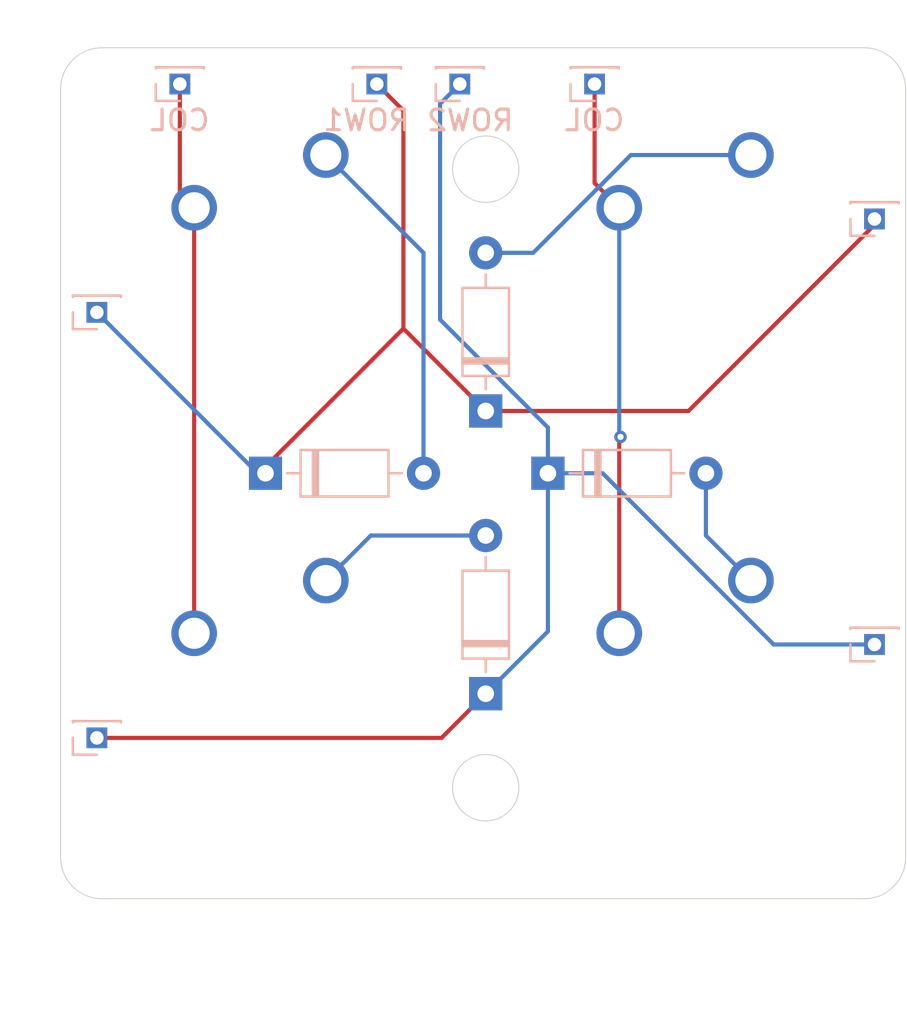
<source format=kicad_pcb>
(kicad_pcb (version 20241229) (generator "pcbnew") (generator_version "9.0")
  (layers (0 "F.Cu" signal) (2 "B.Cu" signal) (13 "F.Paste" user) (15 "B.Paste" user) (5 "F.SilkS" user "F.Silkscreen") (7 "B.SilkS" user "B.Silkscreen") (1 "F.Mask" user) (3 "B.Mask" user) (25 "Edge.Cuts" user))
  (net 0 "")
  (net 1 "Net-(D1-A)")
  (net 2 "O7")
  (net 3 "O8")
  (net 4 "Net-(D2-A)")
  (net 5 "Net-(D3-A)")
  (net 6 "Net-(D4-A)")
  (net 7 "I10")
  (net 8 "I9")
  (footprint "Button_Switch_Keyboard:SW_Cherry_MX_1.00u_PCB" (layer "F.Cu") (at 151.04 76.42)
    (property "Reference" "SW3" (hide yes))
    (property "Value" "SW_SPST")
    (pad "" np_thru_hole circle (at -7.62 5.08) (size 1.7 1.7) (drill 1.7) (layers "*.Cu" "*.Mask"))
    (pad "" np_thru_hole circle (at -2.54 5.08) (size 4 4) (drill 4) (layers "*.Cu" "*.Mask"))
    (pad "" np_thru_hole circle (at 2.54 5.08) (size 1.7 1.7) (drill 1.7) (layers "*.Cu" "*.Mask"))
    (pad "1" thru_hole circle (at 0 0) (size 2.2 2.2) (drill 1.5) (layers "*.Cu" "*.Mask") (net 5 "Net-(D3-A)"))
    (pad "2" thru_hole circle (at -6.35 2.54) (size 2.2 2.2) (drill 1.5) (layers "*.Cu" "*.Mask") (net 7 "I10"))
  )
  (footprint "Button_Switch_Keyboard:SW_Cherry_MX_1.00u_PCB" (layer "F.Cu") (at 130.54 76.42)
    (property "Reference" "SW1" (hide yes))
    (property "Value" "SW_SPST")
    (pad "" np_thru_hole circle (at -7.62 5.08) (size 1.7 1.7) (drill 1.7) (layers "*.Cu" "*.Mask"))
    (pad "" np_thru_hole circle (at -2.54 5.08) (size 4 4) (drill 4) (layers "*.Cu" "*.Mask"))
    (pad "" np_thru_hole circle (at 2.54 5.08) (size 1.7 1.7) (drill 1.7) (layers "*.Cu" "*.Mask"))
    (pad "1" thru_hole circle (at 0 0) (size 2.2 2.2) (drill 1.5) (layers "*.Cu" "*.Mask") (net 1 "Net-(D1-A)"))
    (pad "2" thru_hole circle (at -6.35 2.54) (size 2.2 2.2) (drill 1.5) (layers "*.Cu" "*.Mask") (net 8 "I9"))
  )
  (footprint "Button_Switch_Keyboard:SW_Cherry_MX_1.00u_PCB" (layer "F.Cu") (at 151.04 96.92)
    (property "Reference" "SW4" (hide yes))
    (property "Value" "SW_SPST")
    (pad "" np_thru_hole circle (at -7.62 5.08) (size 1.7 1.7) (drill 1.7) (layers "*.Cu" "*.Mask"))
    (pad "" np_thru_hole circle (at -2.54 5.08) (size 4 4) (drill 4) (layers "*.Cu" "*.Mask"))
    (pad "" np_thru_hole circle (at 2.54 5.08) (size 1.7 1.7) (drill 1.7) (layers "*.Cu" "*.Mask"))
    (pad "1" thru_hole circle (at 0 0) (size 2.2 2.2) (drill 1.5) (layers "*.Cu" "*.Mask") (net 6 "Net-(D4-A)"))
    (pad "2" thru_hole circle (at -6.35 2.54) (size 2.2 2.2) (drill 1.5) (layers "*.Cu" "*.Mask") (net 7 "I10"))
  )
  (footprint "Button_Switch_Keyboard:SW_Cherry_MX_1.00u_PCB" (layer "F.Cu") (at 130.54 96.92)
    (property "Reference" "SW2" (hide yes))
    (property "Value" "SW_SPST")
    (pad "" np_thru_hole circle (at -7.62 5.08) (size 1.7 1.7) (drill 1.7) (layers "*.Cu" "*.Mask"))
    (pad "" np_thru_hole circle (at -2.54 5.08) (size 4 4) (drill 4) (layers "*.Cu" "*.Mask"))
    (pad "" np_thru_hole circle (at 2.54 5.08) (size 1.7 1.7) (drill 1.7) (layers "*.Cu" "*.Mask"))
    (pad "1" thru_hole circle (at 0 0) (size 2.2 2.2) (drill 1.5) (layers "*.Cu" "*.Mask") (net 4 "Net-(D2-A)"))
    (pad "2" thru_hole circle (at -6.35 2.54) (size 2.2 2.2) (drill 1.5) (layers "*.Cu" "*.Mask") (net 8 "I9"))
  )
  (footprint "Diode_THT:D_DO-35_SOD27_P7.62mm_Horizontal" (layer "B.Cu") (at 138.25 102.37 90)
    (property "Reference" "D2" (hide yes))
    (property "Value" "D")
    (fp_line (start 5.93 -1.12) (end 5.93 1.12) (stroke (width 0.12)) (layer "B.SilkS"))
    (fp_line (start 1.69 -1.12) (end 5.93 -1.12) (stroke (width 0.12)) (layer "B.SilkS"))
    (fp_line (start 6.58 0) (end 5.93 0) (stroke (width 0.12)) (layer "B.SilkS"))
    (fp_line (start 1.04 0) (end 1.69 0) (stroke (width 0.12)) (layer "B.SilkS"))
    (fp_line (start 5.93 1.12) (end 1.69 1.12) (stroke (width 0.12)) (layer "B.SilkS"))
    (fp_line (start 2.53 1.12) (end 2.53 -1.12) (stroke (width 0.12)) (layer "B.SilkS"))
    (fp_line (start 2.41 1.12) (end 2.41 -1.12) (stroke (width 0.12)) (layer "B.SilkS"))
    (fp_line (start 2.29 1.12) (end 2.29 -1.12) (stroke (width 0.12)) (layer "B.SilkS"))
    (fp_line (start 1.69 1.12) (end 1.69 -1.12) (stroke (width 0.12)) (layer "B.SilkS"))
    (pad "1" thru_hole rect (at 0 0 90) (size 1.6 1.6) (drill 0.8) (layers "*.Cu" "*.Mask") (net 3 "O8"))
    (pad "2" thru_hole oval (at 7.62 0 90) (size 1.6 1.6) (drill 0.8) (layers "*.Cu" "*.Mask") (net 4 "Net-(D2-A)"))
  )
  (footprint "Connector_PinHeader_1.27mm:PinHeader_1x01_P1.27mm_Vertical" (layer "B.Cu") (at 119.5 84)
    (property "Reference" "J5" (hide yes))
    (property "Value" "Conn_01x01")
    (fp_line (start -1.16 -0.81) (end -1.16 -0.745) (stroke (width 0.12)) (layer "B.SilkS"))
    (fp_line (start -1.16 -0.81) (end -0.666708 -0.81) (stroke (width 0.12)) (layer "B.SilkS"))
    (fp_line (start -1.16 -0.81) (end 1.16 -0.81) (stroke (width 0.12)) (layer "B.SilkS"))
    (fp_line (start -1.16 0) (end -1.16 0.81) (stroke (width 0.12)) (layer "B.SilkS"))
    (fp_line (start -1.16 0.81) (end 0 0.81) (stroke (width 0.12)) (layer "B.SilkS"))
    (fp_line (start 0.666708 -0.81) (end 1.16 -0.81) (stroke (width 0.12)) (layer "B.SilkS"))
    (fp_line (start 1.16 -0.81) (end 1.16 -0.745) (stroke (width 0.12)) (layer "B.SilkS"))
    (pad "1" thru_hole rect (at 0 0) (size 1 1) (drill 0.65) (layers "*.Cu" "*.Mask") (net 2 "O7"))
  )
  (footprint "Connector_PinHeader_1.27mm:PinHeader_1x01_P1.27mm_Vertical" (layer "B.Cu") (at 157 79.5)
    (property "Reference" "J9" (hide yes))
    (property "Value" "Conn_01x01" (hide yes))
    (fp_line (start -1.16 -0.81) (end -1.16 -0.745) (stroke (width 0.12)) (layer "B.SilkS"))
    (fp_line (start -1.16 -0.81) (end -0.666708 -0.81) (stroke (width 0.12)) (layer "B.SilkS"))
    (fp_line (start -1.16 -0.81) (end 1.16 -0.81) (stroke (width 0.12)) (layer "B.SilkS"))
    (fp_line (start -1.16 0) (end -1.16 0.81) (stroke (width 0.12)) (layer "B.SilkS"))
    (fp_line (start -1.16 0.81) (end 0 0.81) (stroke (width 0.12)) (layer "B.SilkS"))
    (fp_line (start 0.666708 -0.81) (end 1.16 -0.81) (stroke (width 0.12)) (layer "B.SilkS"))
    (fp_line (start 1.16 -0.81) (end 1.16 -0.745) (stroke (width 0.12)) (layer "B.SilkS"))
    (pad "1" thru_hole rect (at 0 0) (size 1 1) (drill 0.65) (layers "*.Cu" "*.Mask") (net 2 "O7"))
  )
  (footprint "Diode_THT:D_DO-35_SOD27_P7.62mm_Horizontal" (layer "B.Cu") (at 141.25 91.75)
    (property "Reference" "D4" (hide yes))
    (property "Value" "D")
    (fp_line (start 1.04 0) (end 1.69 0) (stroke (width 0.12)) (layer "B.SilkS"))
    (fp_line (start 1.69 -1.12) (end 5.93 -1.12) (stroke (width 0.12)) (layer "B.SilkS"))
    (fp_line (start 1.69 1.12) (end 1.69 -1.12) (stroke (width 0.12)) (layer "B.SilkS"))
    (fp_line (start 2.29 1.12) (end 2.29 -1.12) (stroke (width 0.12)) (layer "B.SilkS"))
    (fp_line (start 2.41 1.12) (end 2.41 -1.12) (stroke (width 0.12)) (layer "B.SilkS"))
    (fp_line (start 2.53 1.12) (end 2.53 -1.12) (stroke (width 0.12)) (layer "B.SilkS"))
    (fp_line (start 5.93 -1.12) (end 5.93 1.12) (stroke (width 0.12)) (layer "B.SilkS"))
    (fp_line (start 5.93 1.12) (end 1.69 1.12) (stroke (width 0.12)) (layer "B.SilkS"))
    (fp_line (start 6.58 0) (end 5.93 0) (stroke (width 0.12)) (layer "B.SilkS"))
    (pad "1" thru_hole rect (at 0 0) (size 1.6 1.6) (drill 0.8) (layers "*.Cu" "*.Mask") (net 3 "O8"))
    (pad "2" thru_hole oval (at 7.62 0) (size 1.6 1.6) (drill 0.8) (layers "*.Cu" "*.Mask") (net 6 "Net-(D4-A)"))
  )
  (footprint "Diode_THT:D_DO-35_SOD27_P7.62mm_Horizontal" (layer "B.Cu") (at 127.63 91.75)
    (property "Reference" "D1" (hide yes))
    (property "Value" "D")
    (fp_line (start 1.04 0) (end 1.69 0) (stroke (width 0.12)) (layer "B.SilkS"))
    (fp_line (start 1.69 -1.12) (end 5.93 -1.12) (stroke (width 0.12)) (layer "B.SilkS"))
    (fp_line (start 1.69 1.12) (end 1.69 -1.12) (stroke (width 0.12)) (layer "B.SilkS"))
    (fp_line (start 2.29 1.12) (end 2.29 -1.12) (stroke (width 0.12)) (layer "B.SilkS"))
    (fp_line (start 2.41 1.12) (end 2.41 -1.12) (stroke (width 0.12)) (layer "B.SilkS"))
    (fp_line (start 2.53 1.12) (end 2.53 -1.12) (stroke (width 0.12)) (layer "B.SilkS"))
    (fp_line (start 5.93 -1.12) (end 5.93 1.12) (stroke (width 0.12)) (layer "B.SilkS"))
    (fp_line (start 5.93 1.12) (end 1.69 1.12) (stroke (width 0.12)) (layer "B.SilkS"))
    (fp_line (start 6.58 0) (end 5.93 0) (stroke (width 0.12)) (layer "B.SilkS"))
    (pad "1" thru_hole rect (at 0 0) (size 1.6 1.6) (drill 0.8) (layers "*.Cu" "*.Mask") (net 2 "O7"))
    (pad "2" thru_hole oval (at 7.62 0) (size 1.6 1.6) (drill 0.8) (layers "*.Cu" "*.Mask") (net 1 "Net-(D1-A)"))
  )
  (footprint "Connector_PinHeader_1.27mm:PinHeader_1x01_P1.27mm_Vertical" (layer "B.Cu") (at 133 73)
    (property "Reference" "ROW1" (at -0.5 1.745 180) (layer "B.SilkS") (effects (justify mirror)))
    (property "Value" "Conn_01x01")
    (fp_line (start -1.16 -0.81) (end -1.16 -0.745) (stroke (width 0.12)) (layer "B.SilkS"))
    (fp_line (start -1.16 -0.81) (end -0.666708 -0.81) (stroke (width 0.12)) (layer "B.SilkS"))
    (fp_line (start -1.16 -0.81) (end 1.16 -0.81) (stroke (width 0.12)) (layer "B.SilkS"))
    (fp_line (start -1.16 0) (end -1.16 0.81) (stroke (width 0.12)) (layer "B.SilkS"))
    (fp_line (start -1.16 0.81) (end 0 0.81) (stroke (width 0.12)) (layer "B.SilkS"))
    (fp_line (start 0.666708 -0.81) (end 1.16 -0.81) (stroke (width 0.12)) (layer "B.SilkS"))
    (fp_line (start 1.16 -0.81) (end 1.16 -0.745) (stroke (width 0.12)) (layer "B.SilkS"))
    (pad "1" thru_hole rect (at 0 0) (size 1 1) (drill 0.65) (layers "*.Cu" "*.Mask") (net 2 "O7"))
  )
  (footprint "Connector_PinHeader_1.27mm:PinHeader_1x01_P1.27mm_Vertical" (layer "B.Cu") (at 119.5 104.5)
    (property "Reference" "J6" (hide yes))
    (property "Value" "Conn_01x01")
    (fp_line (start -1.16 -0.81) (end -1.16 -0.745) (stroke (width 0.12)) (layer "B.SilkS"))
    (fp_line (start -1.16 -0.81) (end -0.666708 -0.81) (stroke (width 0.12)) (layer "B.SilkS"))
    (fp_line (start -1.16 -0.81) (end 1.16 -0.81) (stroke (width 0.12)) (layer "B.SilkS"))
    (fp_line (start -1.16 0) (end -1.16 0.81) (stroke (width 0.12)) (layer "B.SilkS"))
    (fp_line (start -1.16 0.81) (end 0 0.81) (stroke (width 0.12)) (layer "B.SilkS"))
    (fp_line (start 0.666708 -0.81) (end 1.16 -0.81) (stroke (width 0.12)) (layer "B.SilkS"))
    (fp_line (start 1.16 -0.81) (end 1.16 -0.745) (stroke (width 0.12)) (layer "B.SilkS"))
    (pad "1" thru_hole rect (at 0 0) (size 1 1) (drill 0.65) (layers "*.Cu" "*.Mask") (net 3 "O8"))
  )
  (footprint "Diode_THT:D_DO-35_SOD27_P7.62mm_Horizontal" (layer "B.Cu") (at 138.25 88.75 90)
    (property "Reference" "D3" (hide yes))
    (property "Value" "D")
    (fp_line (start 5.93 -1.12) (end 5.93 1.12) (stroke (width 0.12)) (layer "B.SilkS"))
    (fp_line (start 1.69 -1.12) (end 5.93 -1.12) (stroke (width 0.12)) (layer "B.SilkS"))
    (fp_line (start 6.58 0) (end 5.93 0) (stroke (width 0.12)) (layer "B.SilkS"))
    (fp_line (start 1.04 0) (end 1.69 0) (stroke (width 0.12)) (layer "B.SilkS"))
    (fp_line (start 5.93 1.12) (end 1.69 1.12) (stroke (width 0.12)) (layer "B.SilkS"))
    (fp_line (start 2.53 1.12) (end 2.53 -1.12) (stroke (width 0.12)) (layer "B.SilkS"))
    (fp_line (start 2.41 1.12) (end 2.41 -1.12) (stroke (width 0.12)) (layer "B.SilkS"))
    (fp_line (start 2.29 1.12) (end 2.29 -1.12) (stroke (width 0.12)) (layer "B.SilkS"))
    (fp_line (start 1.69 1.12) (end 1.69 -1.12) (stroke (width 0.12)) (layer "B.SilkS"))
    (pad "1" thru_hole rect (at 0 0 90) (size 1.6 1.6) (drill 0.8) (layers "*.Cu" "*.Mask") (net 2 "O7"))
    (pad "2" thru_hole oval (at 7.62 0 90) (size 1.6 1.6) (drill 0.8) (layers "*.Cu" "*.Mask") (net 5 "Net-(D3-A)"))
  )
  (footprint "Connector_PinHeader_1.27mm:PinHeader_1x01_P1.27mm_Vertical" (layer "B.Cu") (at 157 100)
    (property "Reference" "J10" (hide yes))
    (property "Value" "Conn_01x01" (hide yes))
    (fp_line (start -1.16 -0.81) (end -1.16 -0.745) (stroke (width 0.12)) (layer "B.SilkS"))
    (fp_line (start -1.16 -0.81) (end -0.666708 -0.81) (stroke (width 0.12)) (layer "B.SilkS"))
    (fp_line (start -1.16 -0.81) (end 1.16 -0.81) (stroke (width 0.12)) (layer "B.SilkS"))
    (fp_line (start -1.16 0) (end -1.16 0.81) (stroke (width 0.12)) (layer "B.SilkS"))
    (fp_line (start -1.16 0.81) (end 0 0.81) (stroke (width 0.12)) (layer "B.SilkS"))
    (fp_line (start 0.666708 -0.81) (end 1.16 -0.81) (stroke (width 0.12)) (layer "B.SilkS"))
    (fp_line (start 1.16 -0.81) (end 1.16 -0.745) (stroke (width 0.12)) (layer "B.SilkS"))
    (pad "1" thru_hole rect (at 0 0) (size 1 1) (drill 0.65) (layers "*.Cu" "*.Mask") (net 3 "O8"))
  )
  (footprint "Connector_PinHeader_1.27mm:PinHeader_1x01_P1.27mm_Vertical" (layer "B.Cu") (at 123.5 73)
    (property "Reference" "COL" (at 0 1.745 180) (layer "B.SilkS") (effects (justify mirror)))
    (property "Value" "Conn_01x01")
    (fp_line (start -1.16 -0.81) (end -1.16 -0.745) (stroke (width 0.12)) (layer "B.SilkS"))
    (fp_line (start -1.16 -0.81) (end -0.666708 -0.81) (stroke (width 0.12)) (layer "B.SilkS"))
    (fp_line (start -1.16 -0.81) (end 1.16 -0.81) (stroke (width 0.12)) (layer "B.SilkS"))
    (fp_line (start -1.16 0) (end -1.16 0.81) (stroke (width 0.12)) (layer "B.SilkS"))
    (fp_line (start -1.16 0.81) (end 0 0.81) (stroke (width 0.12)) (layer "B.SilkS"))
    (fp_line (start 0.666708 -0.81) (end 1.16 -0.81) (stroke (width 0.12)) (layer "B.SilkS"))
    (fp_line (start 1.16 -0.81) (end 1.16 -0.745) (stroke (width 0.12)) (layer "B.SilkS"))
    (pad "1" thru_hole rect (at 0 0) (size 1 1) (drill 0.65) (layers "*.Cu" "*.Mask") (net 8 "I9"))
  )
  (footprint "Connector_PinHeader_1.27mm:PinHeader_1x01_P1.27mm_Vertical" (layer "B.Cu") (at 137 73)
    (property "Reference" "ROW2" (at 0.5 1.75 180) (layer "B.SilkS") (effects (justify mirror)))
    (property "Value" "Conn_01x01")
    (fp_line (start -1.16 -0.81) (end -1.16 -0.745) (stroke (width 0.12)) (layer "B.SilkS"))
    (fp_line (start -1.16 -0.81) (end -0.666708 -0.81) (stroke (width 0.12)) (layer "B.SilkS"))
    (fp_line (start -1.16 -0.81) (end 1.16 -0.81) (stroke (width 0.12)) (layer "B.SilkS"))
    (fp_line (start -1.16 0) (end -1.16 0.81) (stroke (width 0.12)) (layer "B.SilkS"))
    (fp_line (start -1.16 0.81) (end 0 0.81) (stroke (width 0.12)) (layer "B.SilkS"))
    (fp_line (start 0.666708 -0.81) (end 1.16 -0.81) (stroke (width 0.12)) (layer "B.SilkS"))
    (fp_line (start 1.16 -0.81) (end 1.16 -0.745) (stroke (width 0.12)) (layer "B.SilkS"))
    (pad "1" thru_hole rect (at 0 0) (size 1 1) (drill 0.65) (layers "*.Cu" "*.Mask") (net 3 "O8"))
  )
  (footprint "Connector_PinHeader_1.27mm:PinHeader_1x01_P1.27mm_Vertical" (layer "B.Cu") (at 143.5 73)
    (property "Reference" "COL" (at 0 1.745 180) (layer "B.SilkS") (effects (justify mirror)))
    (property "Value" "Conn_01x01")
    (fp_line (start -1.16 -0.81) (end -1.16 -0.745) (stroke (width 0.12)) (layer "B.SilkS"))
    (fp_line (start -1.16 -0.81) (end -0.666708 -0.81) (stroke (width 0.12)) (layer "B.SilkS"))
    (fp_line (start -1.16 -0.81) (end 1.16 -0.81) (stroke (width 0.12)) (layer "B.SilkS"))
    (fp_line (start -1.16 0) (end -1.16 0.81) (stroke (width 0.12)) (layer "B.SilkS"))
    (fp_line (start -1.16 0.81) (end 0 0.81) (stroke (width 0.12)) (layer "B.SilkS"))
    (fp_line (start 0.666708 -0.81) (end 1.16 -0.81) (stroke (width 0.12)) (layer "B.SilkS"))
    (fp_line (start 1.16 -0.81) (end 1.16 -0.745) (stroke (width 0.12)) (layer "B.SilkS"))
    (pad "1" thru_hole rect (at 0 0) (size 1 1) (drill 0.65) (layers "*.Cu" "*.Mask") (net 7 "I10"))
  )
  (gr_arc (start 158.5 110.25) (mid 157.914214 111.664214) (end 156.5 112.25) (stroke (width 0.05)) (layer "Edge.Cuts"))
  (gr_line (start 156.5 71.25) (end 119.75 71.25) (stroke (width 0.05)) (layer "Edge.Cuts"))
  (gr_circle (center 138.25 106.9) (end 139.85 106.9) (stroke (width 0.05)) (fill no) (layer "Edge.Cuts"))
  (gr_line (start 158.5 110.25) (end 158.5 73.25) (stroke (width 0.05)) (layer "Edge.Cuts"))
  (gr_line (start 119.75 112.25) (end 156.5 112.25) (stroke (width 0.05)) (layer "Edge.Cuts"))
  (gr_arc (start 117.75 73.25) (mid 118.335786 71.835786) (end 119.75 71.25) (stroke (width 0.05)) (layer "Edge.Cuts"))
  (gr_circle (center 138.25 77.1) (end 139.85 77.1) (stroke (width 0.05)) (fill no) (layer "Edge.Cuts"))
  (gr_line (start 117.75 73.25) (end 117.75 110.25) (stroke (width 0.05)) (layer "Edge.Cuts"))
  (gr_arc (start 156.5 71.25) (mid 157.914214 71.835786) (end 158.5 73.25) (stroke (width 0.05)) (layer "Edge.Cuts"))
  (gr_arc (start 119.75 112.25) (mid 118.335786 111.664214) (end 117.75 110.25) (stroke (width 0.05)) (layer "Edge.Cuts"))
  (segment (start 135.25 91.75) (end 135.25 81.13) (width 0.2) (layer "B.Cu") (net 1))
  (segment (start 135.25 81.13) (end 130.54 76.42) (width 0.2) (layer "B.Cu") (net 1))
  (segment (start 127.63 91.75) (end 127.63 91.432) (width 0.2) (layer "F.Cu") (net 2))
  (segment (start 134.281 74.281) (end 134.281 84.781) (width 0.2) (layer "F.Cu") (net 2))
  (segment (start 157 79.77847) (end 157 79.5) (width 0.2) (layer "F.Cu") (net 2))
  (segment (start 133 73) (end 134.281 74.281) (width 0.2) (layer "F.Cu") (net 2))
  (segment (start 138.25 88.75) (end 148.02847 88.75) (width 0.2) (layer "F.Cu") (net 2))
  (segment (start 127.63 91.432) (end 134.281 84.781) (width 0.2) (layer "F.Cu") (net 2))
  (segment (start 148.02847 88.75) (end 157 79.77847) (width 0.2) (layer "F.Cu") (net 2))
  (segment (start 134.281 84.781) (end 138.25 88.75) (width 0.2) (layer "F.Cu") (net 2))
  (segment (start 127.25 91.75) (end 127.63 91.75) (width 0.2) (layer "B.Cu") (net 2))
  (segment (start 119.5 84) (end 127.25 91.75) (width 0.2) (layer "B.Cu") (net 2))
  (segment (start 136.12 104.5) (end 138.25 102.37) (width 0.2) (layer "F.Cu") (net 3))
  (segment (start 119.5 104.5) (end 136.12 104.5) (width 0.2) (layer "F.Cu") (net 3))
  (segment (start 141.25 99.37) (end 141.25 91.75) (width 0.2) (layer "B.Cu") (net 3))
  (segment (start 136.049 73.951) (end 136.049 84.347) (width 0.2) (layer "B.Cu") (net 3))
  (segment (start 138.25 102.37) (end 141.25 99.37) (width 0.2) (layer "B.Cu") (net 3))
  (segment (start 136.049 84.347) (end 141.25 89.548) (width 0.2) (layer "B.Cu") (net 3))
  (segment (start 157 100) (end 152.139 100) (width 0.2) (layer "B.Cu") (net 3))
  (segment (start 152.139 100) (end 143.889 91.75) (width 0.2) (layer "B.Cu") (net 3))
  (segment (start 137 73) (end 136.049 73.951) (width 0.2) (layer "B.Cu") (net 3))
  (segment (start 141.25 89.548) (end 141.25 91.75) (width 0.2) (layer "B.Cu") (net 3))
  (segment (start 143.889 91.75) (end 141.25 91.75) (width 0.2) (layer "B.Cu") (net 3))
  (segment (start 132.71 94.75) (end 130.54 96.92) (width 0.2) (layer "B.Cu") (net 4))
  (segment (start 138.25 94.75) (end 132.71 94.75) (width 0.2) (layer "B.Cu") (net 4))
  (segment (start 140.538686 81.13) (end 138.25 81.13) (width 0.2) (layer "B.Cu") (net 5))
  (segment (start 145.248686 76.42) (end 140.538686 81.13) (width 0.2) (layer "B.Cu") (net 5))
  (segment (start 151.04 76.42) (end 145.248686 76.42) (width 0.2) (layer "B.Cu") (net 5))
  (segment (start 148.87 91.75) (end 148.87 94.75) (width 0.2) (layer "B.Cu") (net 6))
  (segment (start 148.87 94.75) (end 151.04 96.92) (width 0.2) (layer "B.Cu") (net 6))
  (segment (start 144.69 99.46) (end 144.69 90.06) (width 0.2) (layer "F.Cu") (net 7))
  (segment (start 144.69 90.06) (end 144.75 90) (width 0.2) (layer "F.Cu") (net 7))
  (segment (start 143.5 77.77) (end 144.69 78.96) (width 0.2) (layer "F.Cu") (net 7))
  (segment (start 143.5 73) (end 143.5 77.77) (width 0.2) (layer "F.Cu") (net 7))
  (via (at 144.75 90) (size 0.6) (drill 0.3) (layers "F.Cu" "B.Cu") (net 7))
  (segment (start 144.69 89.94) (end 144.69 78.96) (width 0.2) (layer "B.Cu") (net 7))
  (segment (start 144.75 90) (end 144.69 89.94) (width 0.2) (layer "B.Cu") (net 7))
  (segment (start 124.19 78.96) (end 124.19 99.46) (width 0.2) (layer "F.Cu") (net 8))
  (segment (start 123.5 73) (end 123.5 78.27) (width 0.2) (layer "F.Cu") (net 8))
  (segment (start 123.5 78.27) (end 124.19 78.96) (width 0.2) (layer "F.Cu") (net 8))
)
</source>
